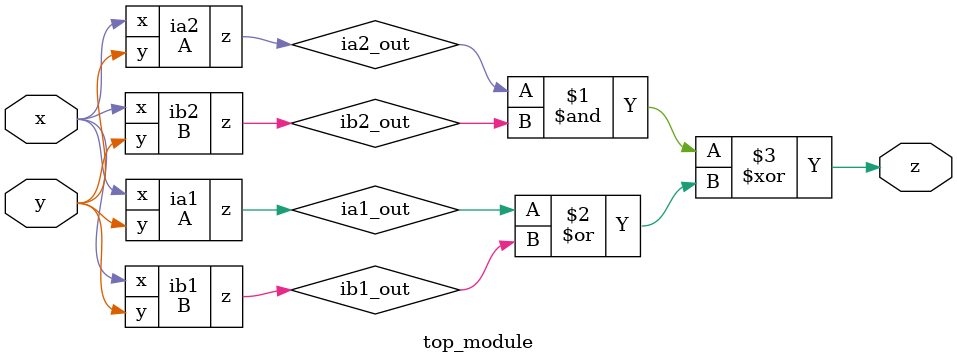
<source format=sv>
module A (input x, input y, output z);
	assign z = x & ~y;
endmodule

module B( input x, input y, output z );
        assign z = ~(x ^ y);
endmodule

module top_module (input x, input y, output z);
	wire ia1_out, ib1_out, ia2_out, ib2_out;
	A ia1(.x(x), .y(y), .z(ia1_out));
	B ib1(.x(x), .y(y), .z(ib1_out));
	A ia2(.x(x), .y(y), .z(ia2_out));
	B ib2(.x(x), .y(y), .z(ib2_out));
	assign z = (ia2_out & ib2_out) ^ (ia1_out | ib1_out);
endmodule


</source>
